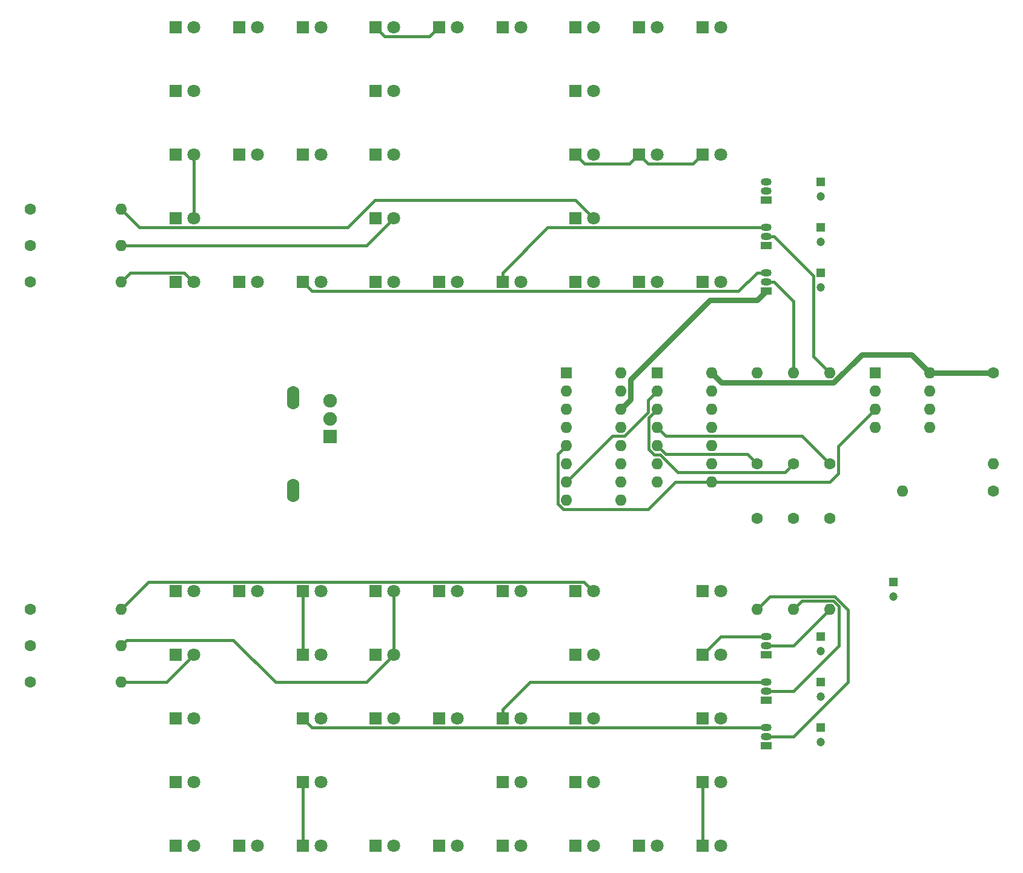
<source format=gbl>
%TF.GenerationSoftware,KiCad,Pcbnew,(6.0.2)*%
%TF.CreationDate,2022-04-07T11:24:37-04:00*%
%TF.ProjectId,Grad_Cap_v2,47726164-5f43-4617-905f-76322e6b6963,v01*%
%TF.SameCoordinates,Original*%
%TF.FileFunction,Copper,L2,Bot*%
%TF.FilePolarity,Positive*%
%FSLAX46Y46*%
G04 Gerber Fmt 4.6, Leading zero omitted, Abs format (unit mm)*
G04 Created by KiCad (PCBNEW (6.0.2)) date 2022-04-07 11:24:37*
%MOMM*%
%LPD*%
G01*
G04 APERTURE LIST*
%TA.AperFunction,ComponentPad*%
%ADD10R,1.600000X1.600000*%
%TD*%
%TA.AperFunction,ComponentPad*%
%ADD11O,1.600000X1.600000*%
%TD*%
%TA.AperFunction,ComponentPad*%
%ADD12R,1.800000X1.800000*%
%TD*%
%TA.AperFunction,ComponentPad*%
%ADD13C,1.800000*%
%TD*%
%TA.AperFunction,ComponentPad*%
%ADD14R,1.200000X1.200000*%
%TD*%
%TA.AperFunction,ComponentPad*%
%ADD15C,1.200000*%
%TD*%
%TA.AperFunction,ComponentPad*%
%ADD16C,1.600000*%
%TD*%
%TA.AperFunction,ComponentPad*%
%ADD17R,1.500000X1.050000*%
%TD*%
%TA.AperFunction,ComponentPad*%
%ADD18O,1.500000X1.050000*%
%TD*%
%TA.AperFunction,ComponentPad*%
%ADD19O,1.750000X3.300000*%
%TD*%
%TA.AperFunction,ComponentPad*%
%ADD20R,1.900000X1.900000*%
%TD*%
%TA.AperFunction,ComponentPad*%
%ADD21C,1.900000*%
%TD*%
%TA.AperFunction,Conductor*%
%ADD22C,0.381000*%
%TD*%
%TA.AperFunction,Conductor*%
%ADD23C,0.762000*%
%TD*%
G04 APERTURE END LIST*
D10*
%TO.P,U3,1,DSA*%
%TO.N,Net-(U2-Pad7)*%
X181620000Y-85080000D03*
D11*
%TO.P,U3,2,DSB*%
X181620000Y-87620000D03*
%TO.P,U3,3,Q0*%
%TO.N,Net-(R10-Pad1)*%
X181620000Y-90160000D03*
%TO.P,U3,4,Q1*%
%TO.N,Net-(R11-Pad1)*%
X181620000Y-92700000D03*
%TO.P,U3,5,Q2*%
%TO.N,Net-(R12-Pad1)*%
X181620000Y-95240000D03*
%TO.P,U3,6,Q3*%
%TO.N,Net-(R13-Pad1)*%
X181620000Y-97780000D03*
%TO.P,U3,7,GND*%
%TO.N,GND*%
X181620000Y-100320000D03*
%TO.P,U3,8,CP*%
%TO.N,Net-(U1-Pad3)*%
X189240000Y-100320000D03*
%TO.P,U3,9,~{MR}*%
%TO.N,VCC*%
X189240000Y-97780000D03*
%TO.P,U3,10,Q4*%
%TO.N,Net-(R14-Pad1)*%
X189240000Y-95240000D03*
%TO.P,U3,11,Q5*%
%TO.N,Net-(R9-Pad1)*%
X189240000Y-92700000D03*
%TO.P,U3,12,Q6*%
%TO.N,unconnected-(U3-Pad12)*%
X189240000Y-90160000D03*
%TO.P,U3,13,Q7*%
%TO.N,unconnected-(U3-Pad13)*%
X189240000Y-87620000D03*
%TO.P,U3,14,VCC*%
%TO.N,VCC*%
X189240000Y-85080000D03*
%TD*%
D12*
%TO.P,D30,1,K*%
%TO.N,Net-(C4-Pad1)*%
X151130000Y-72390000D03*
D13*
%TO.P,D30,2,A*%
%TO.N,Net-(D23-Pad2)*%
X153670000Y-72390000D03*
%TD*%
D12*
%TO.P,D4,1,K*%
%TO.N,Net-(C2-Pad1)*%
X170180000Y-133350000D03*
D13*
%TO.P,D4,2,A*%
%TO.N,Net-(D1-Pad2)*%
X172720000Y-133350000D03*
%TD*%
D12*
%TO.P,D32,1,K*%
%TO.N,Net-(C5-Pad1)*%
X170180000Y-36830000D03*
D13*
%TO.P,D32,2,A*%
%TO.N,Net-(D32-Pad2)*%
X172720000Y-36830000D03*
%TD*%
D14*
%TO.P,C7,1*%
%TO.N,Net-(C7-Pad1)*%
X204470000Y-128270000D03*
D15*
%TO.P,C7,2*%
%TO.N,GND*%
X204470000Y-130270000D03*
%TD*%
D10*
%TO.P,U1,1,GND*%
%TO.N,GND*%
X212100000Y-85100000D03*
D11*
%TO.P,U1,2,TR*%
%TO.N,Net-(C1-Pad1)*%
X212100000Y-87640000D03*
%TO.P,U1,3,Q*%
%TO.N,Net-(U1-Pad3)*%
X212100000Y-90180000D03*
%TO.P,U1,4,R*%
%TO.N,unconnected-(U1-Pad4)*%
X212100000Y-92720000D03*
%TO.P,U1,5,CV*%
%TO.N,unconnected-(U1-Pad5)*%
X219720000Y-92720000D03*
%TO.P,U1,6,THR*%
%TO.N,Net-(C1-Pad1)*%
X219720000Y-90180000D03*
%TO.P,U1,7,DIS*%
%TO.N,Net-(R3-Pad2)*%
X219720000Y-87640000D03*
%TO.P,U1,8,VCC*%
%TO.N,VCC*%
X219720000Y-85100000D03*
%TD*%
D12*
%TO.P,D18,1,K*%
%TO.N,Net-(C2-Pad1)*%
X187960000Y-124460000D03*
D13*
%TO.P,D18,2,A*%
%TO.N,Net-(D1-Pad2)*%
X190500000Y-124460000D03*
%TD*%
D12*
%TO.P,D20,1,K*%
%TO.N,Net-(C2-Pad1)*%
X187960000Y-115570000D03*
D13*
%TO.P,D20,2,A*%
%TO.N,Net-(D1-Pad2)*%
X190500000Y-115570000D03*
%TD*%
D12*
%TO.P,D14,1,K*%
%TO.N,Net-(C2-Pad1)*%
X187960000Y-151130000D03*
D13*
%TO.P,D14,2,A*%
%TO.N,Net-(D1-Pad2)*%
X190500000Y-151130000D03*
%TD*%
D12*
%TO.P,D3,1,K*%
%TO.N,Net-(C3-Pad1)*%
X114300000Y-36830000D03*
D13*
%TO.P,D3,2,A*%
%TO.N,Net-(D11-Pad2)*%
X116840000Y-36830000D03*
%TD*%
D12*
%TO.P,D47,1,K*%
%TO.N,Net-(C6-Pad1)*%
X114300000Y-142240000D03*
D13*
%TO.P,D47,2,A*%
%TO.N,Net-(D42-Pad2)*%
X116840000Y-142240000D03*
%TD*%
D12*
%TO.P,D63,1,K*%
%TO.N,Net-(C6-Pad1)*%
X123190000Y-151130000D03*
D13*
%TO.P,D63,2,A*%
%TO.N,Net-(D42-Pad2)*%
X125730000Y-151130000D03*
%TD*%
D14*
%TO.P,C3,1*%
%TO.N,Net-(C3-Pad1)*%
X204470000Y-71120000D03*
D15*
%TO.P,C3,2*%
%TO.N,GND*%
X204470000Y-73120000D03*
%TD*%
D12*
%TO.P,D5,1,K*%
%TO.N,Net-(C3-Pad1)*%
X114300000Y-45720000D03*
D13*
%TO.P,D5,2,A*%
%TO.N,Net-(D11-Pad2)*%
X116840000Y-45720000D03*
%TD*%
D12*
%TO.P,D33,1,K*%
%TO.N,Net-(C5-Pad1)*%
X170180000Y-45720000D03*
D13*
%TO.P,D33,2,A*%
%TO.N,Net-(D32-Pad2)*%
X172720000Y-45720000D03*
%TD*%
D14*
%TO.P,C6,1*%
%TO.N,Net-(C6-Pad1)*%
X204470000Y-134620000D03*
D15*
%TO.P,C6,2*%
%TO.N,GND*%
X204470000Y-136620000D03*
%TD*%
D12*
%TO.P,D25,1,K*%
%TO.N,Net-(C4-Pad1)*%
X142240000Y-54610000D03*
D13*
%TO.P,D25,2,A*%
%TO.N,Net-(D23-Pad2)*%
X144780000Y-54610000D03*
%TD*%
D16*
%TO.P,R6,1*%
%TO.N,VCC*%
X93980000Y-62230000D03*
D11*
%TO.P,R6,2*%
%TO.N,Net-(D32-Pad2)*%
X106680000Y-62230000D03*
%TD*%
D14*
%TO.P,C1,1*%
%TO.N,Net-(C1-Pad1)*%
X214630000Y-114300000D03*
D15*
%TO.P,C1,2*%
%TO.N,GND*%
X214630000Y-116300000D03*
%TD*%
D16*
%TO.P,R13,1*%
%TO.N,Net-(R13-Pad1)*%
X195580000Y-105410000D03*
D11*
%TO.P,R13,2*%
%TO.N,Net-(Q5-Pad2)*%
X195580000Y-118110000D03*
%TD*%
D12*
%TO.P,D38,1,K*%
%TO.N,Net-(C5-Pad1)*%
X187960000Y-36830000D03*
D13*
%TO.P,D38,2,A*%
%TO.N,Net-(D32-Pad2)*%
X190500000Y-36830000D03*
%TD*%
D12*
%TO.P,D16,1,K*%
%TO.N,Net-(C2-Pad1)*%
X187960000Y-133350000D03*
D13*
%TO.P,D16,2,A*%
%TO.N,Net-(D1-Pad2)*%
X190500000Y-133350000D03*
%TD*%
D12*
%TO.P,D51,1,K*%
%TO.N,Net-(C6-Pad1)*%
X123190000Y-115570000D03*
D13*
%TO.P,D51,2,A*%
%TO.N,Net-(D42-Pad2)*%
X125730000Y-115570000D03*
%TD*%
D12*
%TO.P,D40,1,K*%
%TO.N,Net-(C5-Pad1)*%
X187960000Y-54610000D03*
D13*
%TO.P,D40,2,A*%
%TO.N,Net-(D32-Pad2)*%
X190500000Y-54610000D03*
%TD*%
D16*
%TO.P,R3,1*%
%TO.N,VCC*%
X228600000Y-85090000D03*
D11*
%TO.P,R3,2*%
%TO.N,Net-(R3-Pad2)*%
X228600000Y-97790000D03*
%TD*%
D12*
%TO.P,D24,1,K*%
%TO.N,Net-(C4-Pad1)*%
X142240000Y-45720000D03*
D13*
%TO.P,D24,2,A*%
%TO.N,Net-(D23-Pad2)*%
X144780000Y-45720000D03*
%TD*%
D14*
%TO.P,C2,1*%
%TO.N,Net-(C2-Pad1)*%
X204470000Y-121920000D03*
D15*
%TO.P,C2,2*%
%TO.N,GND*%
X204470000Y-123920000D03*
%TD*%
D14*
%TO.P,C5,1*%
%TO.N,Net-(C5-Pad1)*%
X204470000Y-58420000D03*
D15*
%TO.P,C5,2*%
%TO.N,GND*%
X204470000Y-60420000D03*
%TD*%
D12*
%TO.P,D28,1,K*%
%TO.N,Net-(C4-Pad1)*%
X151130000Y-36830000D03*
D13*
%TO.P,D28,2,A*%
%TO.N,Net-(D23-Pad2)*%
X153670000Y-36830000D03*
%TD*%
D12*
%TO.P,D22,1,K*%
%TO.N,Net-(C3-Pad1)*%
X132080000Y-72390000D03*
D13*
%TO.P,D22,2,A*%
%TO.N,Net-(D11-Pad2)*%
X134620000Y-72390000D03*
%TD*%
D12*
%TO.P,D15,1,K*%
%TO.N,Net-(C3-Pad1)*%
X132080000Y-36830000D03*
D13*
%TO.P,D15,2,A*%
%TO.N,Net-(D11-Pad2)*%
X134620000Y-36830000D03*
%TD*%
D12*
%TO.P,D1,1,K*%
%TO.N,Net-(C2-Pad1)*%
X170180000Y-115570000D03*
D13*
%TO.P,D1,2,A*%
%TO.N,Net-(D1-Pad2)*%
X172720000Y-115570000D03*
%TD*%
D17*
%TO.P,Q1,1,E*%
%TO.N,GND*%
X196850000Y-124460000D03*
D18*
%TO.P,Q1,2,B*%
%TO.N,Net-(Q1-Pad2)*%
X196850000Y-123190000D03*
%TO.P,Q1,3,C*%
%TO.N,Net-(C2-Pad1)*%
X196850000Y-121920000D03*
%TD*%
D12*
%TO.P,D64,1,K*%
%TO.N,Net-(C7-Pad1)*%
X151150011Y-151130000D03*
D13*
%TO.P,D64,2,A*%
%TO.N,Net-(D46-Pad2)*%
X153690011Y-151130000D03*
%TD*%
D12*
%TO.P,D50,1,K*%
%TO.N,Net-(C7-Pad1)*%
X142260011Y-133350000D03*
D13*
%TO.P,D50,2,A*%
%TO.N,Net-(D46-Pad2)*%
X144800011Y-133350000D03*
%TD*%
D12*
%TO.P,D60,1,K*%
%TO.N,Net-(C7-Pad1)*%
X151150011Y-115570000D03*
D13*
%TO.P,D60,2,A*%
%TO.N,Net-(D46-Pad2)*%
X153690011Y-115570000D03*
%TD*%
D12*
%TO.P,D37,1,K*%
%TO.N,Net-(C5-Pad1)*%
X179070000Y-36830000D03*
D13*
%TO.P,D37,2,A*%
%TO.N,Net-(D32-Pad2)*%
X181610000Y-36830000D03*
%TD*%
D12*
%TO.P,D61,1,K*%
%TO.N,Net-(C6-Pad1)*%
X132080000Y-151130000D03*
D13*
%TO.P,D61,2,A*%
%TO.N,Net-(D42-Pad2)*%
X134620000Y-151130000D03*
%TD*%
D12*
%TO.P,D58,1,K*%
%TO.N,Net-(C7-Pad1)*%
X160040011Y-151130000D03*
D13*
%TO.P,D58,2,A*%
%TO.N,Net-(D46-Pad2)*%
X162580011Y-151130000D03*
%TD*%
D12*
%TO.P,D44,1,K*%
%TO.N,Net-(C6-Pad1)*%
X114300000Y-124460000D03*
D13*
%TO.P,D44,2,A*%
%TO.N,Net-(D42-Pad2)*%
X116840000Y-124460000D03*
%TD*%
D17*
%TO.P,Q5,1,E*%
%TO.N,GND*%
X196850000Y-137160000D03*
D18*
%TO.P,Q5,2,B*%
%TO.N,Net-(Q5-Pad2)*%
X196850000Y-135890000D03*
%TO.P,Q5,3,C*%
%TO.N,Net-(C6-Pad1)*%
X196850000Y-134620000D03*
%TD*%
D12*
%TO.P,D21,1,K*%
%TO.N,Net-(C3-Pad1)*%
X132080000Y-54610000D03*
D13*
%TO.P,D21,2,A*%
%TO.N,Net-(D11-Pad2)*%
X134620000Y-54610000D03*
%TD*%
D12*
%TO.P,D36,1,K*%
%TO.N,Net-(C5-Pad1)*%
X170180000Y-72390000D03*
D13*
%TO.P,D36,2,A*%
%TO.N,Net-(D32-Pad2)*%
X172720000Y-72390000D03*
%TD*%
D12*
%TO.P,D31,1,K*%
%TO.N,Net-(C4-Pad1)*%
X160020000Y-72390000D03*
D13*
%TO.P,D31,2,A*%
%TO.N,Net-(D23-Pad2)*%
X162560000Y-72390000D03*
%TD*%
D16*
%TO.P,R10,1*%
%TO.N,Net-(R10-Pad1)*%
X200660000Y-97790000D03*
D11*
%TO.P,R10,2*%
%TO.N,Net-(Q2-Pad2)*%
X200660000Y-85090000D03*
%TD*%
D17*
%TO.P,Q2,1,E*%
%TO.N,GND*%
X196850000Y-73660000D03*
D18*
%TO.P,Q2,2,B*%
%TO.N,Net-(Q2-Pad2)*%
X196850000Y-72390000D03*
%TO.P,Q2,3,C*%
%TO.N,Net-(C3-Pad1)*%
X196850000Y-71120000D03*
%TD*%
D12*
%TO.P,D35,1,K*%
%TO.N,Net-(C5-Pad1)*%
X170180000Y-63500000D03*
D13*
%TO.P,D35,2,A*%
%TO.N,Net-(D32-Pad2)*%
X172720000Y-63500000D03*
%TD*%
D12*
%TO.P,D29,1,K*%
%TO.N,Net-(C4-Pad1)*%
X160020000Y-36830000D03*
D13*
%TO.P,D29,2,A*%
%TO.N,Net-(D23-Pad2)*%
X162560000Y-36830000D03*
%TD*%
D12*
%TO.P,D52,1,K*%
%TO.N,Net-(C7-Pad1)*%
X151150011Y-133350000D03*
D13*
%TO.P,D52,2,A*%
%TO.N,Net-(D46-Pad2)*%
X153690011Y-133350000D03*
%TD*%
D16*
%TO.P,R2,1*%
%TO.N,VCC*%
X93980000Y-72390000D03*
D11*
%TO.P,R2,2*%
%TO.N,Net-(D11-Pad2)*%
X106680000Y-72390000D03*
%TD*%
D12*
%TO.P,D42,1,K*%
%TO.N,Net-(C6-Pad1)*%
X114300000Y-115570000D03*
D13*
%TO.P,D42,2,A*%
%TO.N,Net-(D42-Pad2)*%
X116840000Y-115570000D03*
%TD*%
D12*
%TO.P,D8,1,K*%
%TO.N,Net-(C2-Pad1)*%
X170180000Y-142240000D03*
D13*
%TO.P,D8,2,A*%
%TO.N,Net-(D1-Pad2)*%
X172720000Y-142240000D03*
%TD*%
D12*
%TO.P,D10,1,K*%
%TO.N,Net-(C2-Pad1)*%
X170180000Y-151130000D03*
D13*
%TO.P,D10,2,A*%
%TO.N,Net-(D1-Pad2)*%
X172720000Y-151130000D03*
%TD*%
D12*
%TO.P,D7,1,K*%
%TO.N,Net-(C3-Pad1)*%
X114300000Y-54610000D03*
D13*
%TO.P,D7,2,A*%
%TO.N,Net-(D11-Pad2)*%
X116840000Y-54610000D03*
%TD*%
D12*
%TO.P,D53,1,K*%
%TO.N,Net-(C6-Pad1)*%
X132080000Y-115570000D03*
D13*
%TO.P,D53,2,A*%
%TO.N,Net-(D42-Pad2)*%
X134620000Y-115570000D03*
%TD*%
D12*
%TO.P,D56,1,K*%
%TO.N,Net-(C7-Pad1)*%
X160040011Y-142240000D03*
D13*
%TO.P,D56,2,A*%
%TO.N,Net-(D46-Pad2)*%
X162580011Y-142240000D03*
%TD*%
D12*
%TO.P,D65,1,K*%
%TO.N,Net-(C7-Pad1)*%
X142260011Y-151130000D03*
D13*
%TO.P,D65,2,A*%
%TO.N,Net-(D46-Pad2)*%
X144800011Y-151130000D03*
%TD*%
D16*
%TO.P,R4,1*%
%TO.N,Net-(R3-Pad2)*%
X228600000Y-101600000D03*
D11*
%TO.P,R4,2*%
%TO.N,Net-(C1-Pad1)*%
X215900000Y-101600000D03*
%TD*%
D12*
%TO.P,D46,1,K*%
%TO.N,Net-(C7-Pad1)*%
X142260011Y-115570000D03*
D13*
%TO.P,D46,2,A*%
%TO.N,Net-(D46-Pad2)*%
X144800011Y-115570000D03*
%TD*%
D12*
%TO.P,D54,1,K*%
%TO.N,Net-(C7-Pad1)*%
X160040011Y-133350000D03*
D13*
%TO.P,D54,2,A*%
%TO.N,Net-(D46-Pad2)*%
X162580011Y-133350000D03*
%TD*%
D12*
%TO.P,D41,1,K*%
%TO.N,Net-(C5-Pad1)*%
X179070000Y-72390000D03*
D13*
%TO.P,D41,2,A*%
%TO.N,Net-(D32-Pad2)*%
X181610000Y-72390000D03*
%TD*%
D12*
%TO.P,D43,1,K*%
%TO.N,Net-(C5-Pad1)*%
X187960000Y-72390000D03*
D13*
%TO.P,D43,2,A*%
%TO.N,Net-(D32-Pad2)*%
X190500000Y-72390000D03*
%TD*%
D16*
%TO.P,R1,1*%
%TO.N,VCC*%
X93980000Y-118110000D03*
D11*
%TO.P,R1,2*%
%TO.N,Net-(D1-Pad2)*%
X106680000Y-118110000D03*
%TD*%
D17*
%TO.P,Q4,1,E*%
%TO.N,GND*%
X196850000Y-60960000D03*
D18*
%TO.P,Q4,2,B*%
%TO.N,Net-(Q4-Pad2)*%
X196850000Y-59690000D03*
%TO.P,Q4,3,C*%
%TO.N,Net-(C5-Pad1)*%
X196850000Y-58420000D03*
%TD*%
D12*
%TO.P,D23,1,K*%
%TO.N,Net-(C4-Pad1)*%
X142240000Y-36830000D03*
D13*
%TO.P,D23,2,A*%
%TO.N,Net-(D23-Pad2)*%
X144780000Y-36830000D03*
%TD*%
D19*
%TO.P,BAT1,NEG*%
%TO.N,GND*%
X130730000Y-101510000D03*
%TO.P,BAT1,POS*%
%TO.N,Net-(BAT1-PadPOS)*%
X130730000Y-88560000D03*
%TD*%
D12*
%TO.P,D19,1,K*%
%TO.N,Net-(C3-Pad1)*%
X123190000Y-54610000D03*
D13*
%TO.P,D19,2,A*%
%TO.N,Net-(D11-Pad2)*%
X125730000Y-54610000D03*
%TD*%
D20*
%TO.P,S1,1*%
%TO.N,unconnected-(S1-Pad1)*%
X135890000Y-93980000D03*
D21*
%TO.P,S1,2*%
%TO.N,VCC*%
X135890000Y-91480000D03*
%TO.P,S1,3*%
%TO.N,Net-(BAT1-PadPOS)*%
X135890000Y-88980000D03*
%TD*%
D12*
%TO.P,D13,1,K*%
%TO.N,Net-(C3-Pad1)*%
X123190000Y-72390000D03*
D13*
%TO.P,D13,2,A*%
%TO.N,Net-(D11-Pad2)*%
X125730000Y-72390000D03*
%TD*%
D12*
%TO.P,D12,1,K*%
%TO.N,Net-(C2-Pad1)*%
X179070000Y-151130000D03*
D13*
%TO.P,D12,2,A*%
%TO.N,Net-(D1-Pad2)*%
X181610000Y-151130000D03*
%TD*%
D12*
%TO.P,D11,1,K*%
%TO.N,Net-(C3-Pad1)*%
X114300000Y-72390000D03*
D13*
%TO.P,D11,2,A*%
%TO.N,Net-(D11-Pad2)*%
X116840000Y-72390000D03*
%TD*%
D12*
%TO.P,D6,1,K*%
%TO.N,Net-(C2-Pad1)*%
X187960000Y-142240000D03*
D13*
%TO.P,D6,2,A*%
%TO.N,Net-(D1-Pad2)*%
X190500000Y-142240000D03*
%TD*%
D12*
%TO.P,D59,1,K*%
%TO.N,Net-(C6-Pad1)*%
X132080000Y-142240000D03*
D13*
%TO.P,D59,2,A*%
%TO.N,Net-(D42-Pad2)*%
X134620000Y-142240000D03*
%TD*%
D14*
%TO.P,C4,1*%
%TO.N,Net-(C4-Pad1)*%
X204470000Y-64770000D03*
D15*
%TO.P,C4,2*%
%TO.N,GND*%
X204470000Y-66770000D03*
%TD*%
D12*
%TO.P,D26,1,K*%
%TO.N,Net-(C4-Pad1)*%
X142240000Y-63500000D03*
D13*
%TO.P,D26,2,A*%
%TO.N,Net-(D23-Pad2)*%
X144780000Y-63500000D03*
%TD*%
D10*
%TO.P,U2,1,B*%
%TO.N,unconnected-(U2-Pad1)*%
X168910000Y-85080000D03*
D11*
%TO.P,U2,2,QB*%
%TO.N,unconnected-(U2-Pad2)*%
X168910000Y-87620000D03*
%TO.P,U2,3,QA*%
%TO.N,unconnected-(U2-Pad3)*%
X168910000Y-90160000D03*
%TO.P,U2,4,DOWN*%
%TO.N,VCC*%
X168910000Y-92700000D03*
%TO.P,U2,5,UP*%
%TO.N,Net-(U1-Pad3)*%
X168910000Y-95240000D03*
%TO.P,U2,6,QC*%
%TO.N,unconnected-(U2-Pad6)*%
X168910000Y-97780000D03*
%TO.P,U2,7,QD*%
%TO.N,Net-(U2-Pad7)*%
X168910000Y-100320000D03*
%TO.P,U2,8,GND*%
%TO.N,GND*%
X168910000Y-102860000D03*
%TO.P,U2,9,D*%
%TO.N,unconnected-(U2-Pad9)*%
X176530000Y-102860000D03*
%TO.P,U2,10,C*%
%TO.N,unconnected-(U2-Pad10)*%
X176530000Y-100320000D03*
%TO.P,U2,11,~{LOAD}*%
%TO.N,VCC*%
X176530000Y-97780000D03*
%TO.P,U2,12,~{CO}*%
%TO.N,unconnected-(U2-Pad12)*%
X176530000Y-95240000D03*
%TO.P,U2,13,~{BO}*%
%TO.N,unconnected-(U2-Pad13)*%
X176530000Y-92700000D03*
%TO.P,U2,14,CLR*%
%TO.N,GND*%
X176530000Y-90160000D03*
%TO.P,U2,15,A*%
%TO.N,unconnected-(U2-Pad15)*%
X176530000Y-87620000D03*
%TO.P,U2,16,VCC*%
%TO.N,VCC*%
X176530000Y-85080000D03*
%TD*%
D12*
%TO.P,D62,1,K*%
%TO.N,Net-(C7-Pad1)*%
X160040011Y-115570000D03*
D13*
%TO.P,D62,2,A*%
%TO.N,Net-(D46-Pad2)*%
X162580011Y-115570000D03*
%TD*%
D12*
%TO.P,D34,1,K*%
%TO.N,Net-(C5-Pad1)*%
X170180000Y-54610000D03*
D13*
%TO.P,D34,2,A*%
%TO.N,Net-(D32-Pad2)*%
X172720000Y-54610000D03*
%TD*%
D12*
%TO.P,D17,1,K*%
%TO.N,Net-(C3-Pad1)*%
X123190000Y-36830000D03*
D13*
%TO.P,D17,2,A*%
%TO.N,Net-(D11-Pad2)*%
X125730000Y-36830000D03*
%TD*%
D16*
%TO.P,R12,1*%
%TO.N,Net-(R12-Pad1)*%
X195580000Y-97790000D03*
D11*
%TO.P,R12,2*%
%TO.N,Net-(Q4-Pad2)*%
X195580000Y-85090000D03*
%TD*%
D16*
%TO.P,R7,1*%
%TO.N,VCC*%
X93980000Y-128270000D03*
D11*
%TO.P,R7,2*%
%TO.N,Net-(D42-Pad2)*%
X106680000Y-128270000D03*
%TD*%
D17*
%TO.P,Q3,1,E*%
%TO.N,GND*%
X196850000Y-67310000D03*
D18*
%TO.P,Q3,2,B*%
%TO.N,Net-(Q3-Pad2)*%
X196850000Y-66040000D03*
%TO.P,Q3,3,C*%
%TO.N,Net-(C4-Pad1)*%
X196850000Y-64770000D03*
%TD*%
D12*
%TO.P,D45,1,K*%
%TO.N,Net-(C6-Pad1)*%
X114300000Y-133350000D03*
D13*
%TO.P,D45,2,A*%
%TO.N,Net-(D42-Pad2)*%
X116840000Y-133350000D03*
%TD*%
D16*
%TO.P,R5,1*%
%TO.N,VCC*%
X93980000Y-67310000D03*
D11*
%TO.P,R5,2*%
%TO.N,Net-(D23-Pad2)*%
X106680000Y-67310000D03*
%TD*%
D16*
%TO.P,R14,1*%
%TO.N,Net-(R14-Pad1)*%
X200660000Y-105410000D03*
D11*
%TO.P,R14,2*%
%TO.N,Net-(Q6-Pad2)*%
X200660000Y-118110000D03*
%TD*%
D16*
%TO.P,R9,1*%
%TO.N,Net-(R9-Pad1)*%
X205740000Y-105410000D03*
D11*
%TO.P,R9,2*%
%TO.N,Net-(Q1-Pad2)*%
X205740000Y-118110000D03*
%TD*%
D12*
%TO.P,D2,1,K*%
%TO.N,Net-(C2-Pad1)*%
X170180000Y-124460000D03*
D13*
%TO.P,D2,2,A*%
%TO.N,Net-(D1-Pad2)*%
X172720000Y-124460000D03*
%TD*%
D12*
%TO.P,D27,1,K*%
%TO.N,Net-(C4-Pad1)*%
X142240000Y-72390000D03*
D13*
%TO.P,D27,2,A*%
%TO.N,Net-(D23-Pad2)*%
X144780000Y-72390000D03*
%TD*%
D16*
%TO.P,R11,1*%
%TO.N,Net-(R11-Pad1)*%
X205740000Y-97790000D03*
D11*
%TO.P,R11,2*%
%TO.N,Net-(Q3-Pad2)*%
X205740000Y-85090000D03*
%TD*%
D16*
%TO.P,R8,1*%
%TO.N,VCC*%
X93980000Y-123190000D03*
D11*
%TO.P,R8,2*%
%TO.N,Net-(D46-Pad2)*%
X106680000Y-123190000D03*
%TD*%
D12*
%TO.P,D39,1,K*%
%TO.N,Net-(C5-Pad1)*%
X179070000Y-54610000D03*
D13*
%TO.P,D39,2,A*%
%TO.N,Net-(D32-Pad2)*%
X181610000Y-54610000D03*
%TD*%
D12*
%TO.P,D49,1,K*%
%TO.N,Net-(C6-Pad1)*%
X114300000Y-151130000D03*
D13*
%TO.P,D49,2,A*%
%TO.N,Net-(D42-Pad2)*%
X116840000Y-151130000D03*
%TD*%
D12*
%TO.P,D48,1,K*%
%TO.N,Net-(C7-Pad1)*%
X142260011Y-124460000D03*
D13*
%TO.P,D48,2,A*%
%TO.N,Net-(D46-Pad2)*%
X144800011Y-124460000D03*
%TD*%
D12*
%TO.P,D57,1,K*%
%TO.N,Net-(C6-Pad1)*%
X132080000Y-133350000D03*
D13*
%TO.P,D57,2,A*%
%TO.N,Net-(D42-Pad2)*%
X134620000Y-133350000D03*
%TD*%
D17*
%TO.P,Q6,1,E*%
%TO.N,GND*%
X196850000Y-130810000D03*
D18*
%TO.P,Q6,2,B*%
%TO.N,Net-(Q6-Pad2)*%
X196850000Y-129540000D03*
%TO.P,Q6,3,C*%
%TO.N,Net-(C7-Pad1)*%
X196850000Y-128270000D03*
%TD*%
D12*
%TO.P,D9,1,K*%
%TO.N,Net-(C3-Pad1)*%
X114300000Y-63500000D03*
D13*
%TO.P,D9,2,A*%
%TO.N,Net-(D11-Pad2)*%
X116840000Y-63500000D03*
%TD*%
D12*
%TO.P,D55,1,K*%
%TO.N,Net-(C6-Pad1)*%
X132080000Y-124460000D03*
D13*
%TO.P,D55,2,A*%
%TO.N,Net-(D42-Pad2)*%
X134620000Y-124460000D03*
%TD*%
D22*
%TO.N,Net-(U1-Pad3)*%
X167719989Y-96430011D02*
X168910000Y-95240000D01*
X184160000Y-100320000D02*
X180340000Y-104140000D01*
X167719989Y-103352920D02*
X167719989Y-96430011D01*
X189240000Y-100320000D02*
X184160000Y-100320000D01*
X180340000Y-104140000D02*
X168507069Y-104140000D01*
X168507069Y-104140000D02*
X167719989Y-103352920D01*
X206930011Y-99139989D02*
X205750000Y-100320000D01*
X206930011Y-95349989D02*
X206930011Y-99139989D01*
X205750000Y-100320000D02*
X189240000Y-100320000D01*
X212100000Y-90180000D02*
X206930011Y-95349989D01*
D23*
%TO.N,VCC*%
X190630511Y-86470511D02*
X189240000Y-85080000D01*
X206311827Y-86470511D02*
X190630511Y-86470511D01*
X210232338Y-82550000D02*
X206311827Y-86470511D01*
D22*
%TO.N,Net-(R10-Pad1)*%
X184539031Y-98980011D02*
X199469989Y-98980011D01*
X199469989Y-98980011D02*
X200660000Y-97790000D01*
X180429989Y-91350011D02*
X180429989Y-95732920D01*
X182079020Y-96520000D02*
X184539031Y-98980011D01*
X181620000Y-90160000D02*
X180429989Y-91350011D01*
X180429989Y-95732920D02*
X181217069Y-96520000D01*
X181217069Y-96520000D02*
X182079020Y-96520000D01*
D23*
%TO.N,VCC*%
X219720000Y-85100000D02*
X228590000Y-85100000D01*
X210232338Y-82550000D02*
X217170000Y-82550000D01*
X228590000Y-85100000D02*
X228600000Y-85090000D01*
X217170000Y-82550000D02*
X219720000Y-85100000D01*
%TO.N,GND*%
X177910511Y-88779489D02*
X177910511Y-86028467D01*
X189008978Y-74930000D02*
X195580000Y-74930000D01*
X176530000Y-90160000D02*
X177910511Y-88779489D01*
X177910511Y-86028467D02*
X189008978Y-74930000D01*
X195580000Y-74930000D02*
X196850000Y-73660000D01*
D22*
%TO.N,Net-(D32-Pad2)*%
X109240011Y-64790011D02*
X138369967Y-64790011D01*
X138369967Y-64790011D02*
X142199978Y-60960000D01*
X106680000Y-62230000D02*
X109240011Y-64790011D01*
X142199978Y-60960000D02*
X170180000Y-60960000D01*
X170180000Y-60960000D02*
X172720000Y-63500000D01*
%TO.N,Net-(D1-Pad2)*%
X106680000Y-118110000D02*
X110510011Y-114279989D01*
X110510011Y-114279989D02*
X171429989Y-114279989D01*
X171429989Y-114279989D02*
X172720000Y-115570000D01*
%TO.N,Net-(D11-Pad2)*%
X106680000Y-72390000D02*
X107970011Y-71099989D01*
X115549989Y-71099989D02*
X116840000Y-72390000D01*
X116840000Y-54610000D02*
X116840000Y-63500000D01*
X107970011Y-71099989D02*
X115549989Y-71099989D01*
%TO.N,Net-(D23-Pad2)*%
X106680000Y-67310000D02*
X140970000Y-67310000D01*
X140970000Y-67310000D02*
X144780000Y-63500000D01*
%TO.N,Net-(D42-Pad2)*%
X113030000Y-128270000D02*
X116840000Y-124460000D01*
X106680000Y-128270000D02*
X113030000Y-128270000D01*
%TO.N,Net-(D46-Pad2)*%
X128270000Y-128270000D02*
X140990011Y-128270000D01*
X107479999Y-122390001D02*
X122390001Y-122390001D01*
X122390001Y-122390001D02*
X128270000Y-128270000D01*
X144800011Y-115570000D02*
X144800011Y-124460000D01*
X140990011Y-128270000D02*
X144800011Y-124460000D01*
X106680000Y-123190000D02*
X107479999Y-122390001D01*
%TO.N,Net-(Q1-Pad2)*%
X200660000Y-123190000D02*
X196850000Y-123190000D01*
X205740000Y-118110000D02*
X200660000Y-123190000D01*
%TO.N,Net-(Q2-Pad2)*%
X196850000Y-72390000D02*
X197981000Y-72390000D01*
X197981000Y-72390000D02*
X200660000Y-75069000D01*
X200660000Y-75069000D02*
X200660000Y-85090000D01*
%TO.N,Net-(R11-Pad1)*%
X181620000Y-92700000D02*
X182810011Y-93890011D01*
X182810011Y-93890011D02*
X201840011Y-93890011D01*
X201840011Y-93890011D02*
X205740000Y-97790000D01*
%TO.N,Net-(Q3-Pad2)*%
X196850000Y-66040000D02*
X197981000Y-66040000D01*
X197981000Y-66040000D02*
X203479989Y-71538989D01*
X203479989Y-71538989D02*
X203479989Y-82829989D01*
X203479989Y-82829989D02*
X205740000Y-85090000D01*
%TO.N,Net-(R12-Pad1)*%
X181620000Y-95240000D02*
X182810011Y-96430011D01*
X194220011Y-96430011D02*
X195580000Y-97790000D01*
X182810011Y-96430011D02*
X194220011Y-96430011D01*
%TO.N,Net-(Q5-Pad2)*%
X206473380Y-116339469D02*
X208280000Y-118146089D01*
X195580000Y-118110000D02*
X197350531Y-116339469D01*
X208280000Y-128270000D02*
X200660000Y-135890000D01*
X208280000Y-118146089D02*
X208280000Y-128270000D01*
X197350531Y-116339469D02*
X206473380Y-116339469D01*
X200660000Y-135890000D02*
X196850000Y-135890000D01*
%TO.N,Net-(Q6-Pad2)*%
X200660000Y-118110000D02*
X201850011Y-116919989D01*
X207010000Y-123190000D02*
X200660000Y-129540000D01*
X207010000Y-117697069D02*
X207010000Y-123190000D01*
X200660000Y-129540000D02*
X196850000Y-129540000D01*
X201850011Y-116919989D02*
X206232920Y-116919989D01*
X206232920Y-116919989D02*
X207010000Y-117697069D01*
%TO.N,Net-(C7-Pad1)*%
X160040011Y-133350000D02*
X160040011Y-132069000D01*
X160040011Y-132069000D02*
X163839011Y-128270000D01*
X163839011Y-128270000D02*
X196850000Y-128270000D01*
%TO.N,Net-(C6-Pad1)*%
X132080000Y-151130000D02*
X132080000Y-142240000D01*
X132080000Y-124460000D02*
X132080000Y-115570000D01*
X132080000Y-133350000D02*
X133370011Y-134640011D01*
X133370011Y-134640011D02*
X196829989Y-134640011D01*
X196829989Y-134640011D02*
X196850000Y-134620000D01*
%TO.N,Net-(C5-Pad1)*%
X177779989Y-55900011D02*
X179070000Y-54610000D01*
X179070000Y-54610000D02*
X180360011Y-55900011D01*
X186669989Y-55900011D02*
X187960000Y-54610000D01*
X171470011Y-55900011D02*
X177779989Y-55900011D01*
X170180000Y-54610000D02*
X171470011Y-55900011D01*
X180360011Y-55900011D02*
X186669989Y-55900011D01*
%TO.N,Net-(C4-Pad1)*%
X166338989Y-64790011D02*
X196829989Y-64790011D01*
X149839989Y-38120011D02*
X143530011Y-38120011D01*
X151130000Y-36830000D02*
X149839989Y-38120011D01*
X196829989Y-64790011D02*
X196850000Y-64770000D01*
X143530011Y-38120011D02*
X142240000Y-36830000D01*
X160020000Y-72390000D02*
X160020000Y-71109000D01*
X160020000Y-71109000D02*
X166338989Y-64790011D01*
%TO.N,Net-(C3-Pad1)*%
X132080000Y-72390000D02*
X133370011Y-73680011D01*
X193019989Y-73680011D02*
X195580000Y-71120000D01*
X133370011Y-73680011D02*
X193019989Y-73680011D01*
X195580000Y-71120000D02*
X196850000Y-71120000D01*
%TO.N,Net-(C2-Pad1)*%
X190500000Y-121920000D02*
X196850000Y-121920000D01*
X187960000Y-124460000D02*
X190500000Y-121920000D01*
X187960000Y-142240000D02*
X187960000Y-151130000D01*
%TO.N,Net-(U2-Pad7)*%
X168910000Y-100320000D02*
X175339989Y-93890011D01*
X175339989Y-93890011D02*
X177022920Y-93890011D01*
X180340000Y-90572931D02*
X180340000Y-88900000D01*
X180340000Y-88900000D02*
X181620000Y-87620000D01*
X177022920Y-93890011D02*
X180340000Y-90572931D01*
%TD*%
M02*

</source>
